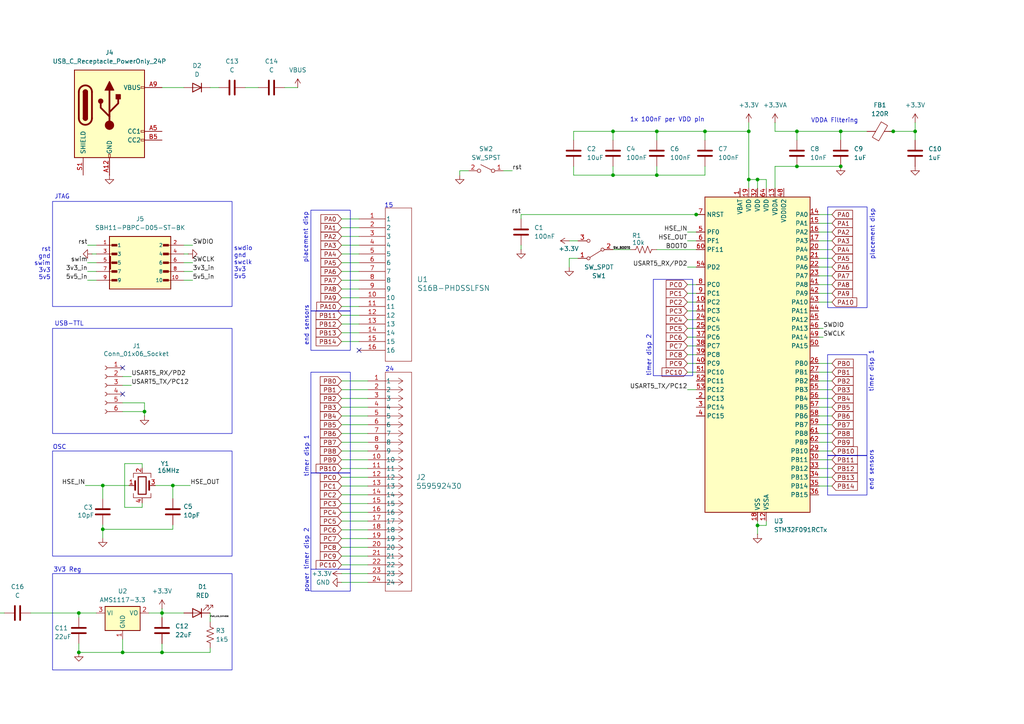
<source format=kicad_sch>
(kicad_sch (version 20231120) (generator "eeschema") (generator_version "8.0")
  (paper "A4")
  (title_block (title "L151 breakout board"))
  (junction (at 46.99 189.23))
  (junction (at 204.47 38.1))
  (junction (at 231.14 38.1))
  (junction (at 201.93 62.23))
  (junction (at 177.8 38.1))
  (junction (at 41.91 119.38))
  (junction (at 219.71 152.4))
  (junction (at 50.1266 140.8165))
  (junction (at 190.5 38.1))
  (junction (at 190.5 50.8))
  (junction (at 46.99 177.8))
  (junction (at 35.56 189.23))
  (junction (at 243.84 48.26))
  (junction (at 29.8066 140.8165))
  (junction (at 217.17 52.07))
  (junction (at 259.08 38.1))
  (junction (at 219.71 52.07))
  (junction (at 243.84 38.1))
  (junction (at 231.14 48.26))
  (junction (at 265.43 38.1))
  (junction (at 22.86 177.8))
  (junction (at 29.8066 153.5165))
  (junction (at 22.86 189.23))
  (junction (at 177.8 50.8))
  (junction (at 217.17 38.1))
  (no_connect (at 35.56 114.3))
  (no_connect (at 35.56 106.68))
  (no_connect (at 104.14 101.6))
  (wire (pts (xy 241.3 128.27) (xy 237.49 128.27)))
  (wire (pts (xy 243.84 38.1) (xy 251.46 38.1)))
  (wire (pts (xy 35.56 189.23) (xy 46.99 189.23)))
  (wire (pts (xy 241.3 120.65) (xy 237.49 120.65)))
  (wire (pts (xy 46.99 189.23) (xy 60.96 189.23)))
  (wire (pts (xy 241.3 64.77) (xy 237.49 64.77)))
  (wire (pts (xy 86.36 25.4) (xy 82.55 25.4)))
  (wire (pts (xy 99.06 125.73) (xy 106.68 125.73)))
  (wire (pts (xy 166.37 50.8) (xy 166.37 48.26)))
  (wire (pts (xy 99.06 118.11) (xy 106.68 118.11)))
  (wire (pts (xy 241.3 110.49) (xy 237.49 110.49)))
  (wire (pts (xy 104.14 81.28) (xy 99.06 81.28)))
  (wire (pts (xy 99.06 168.91) (xy 106.68 168.91)))
  (wire (pts (xy 199.39 87.63) (xy 201.93 87.63)))
  (wire (pts (xy 25.4 76.2) (xy 27.94 76.2)))
  (wire (pts (xy 217.17 35.56) (xy 217.17 38.1)))
  (wire (pts (xy 99.06 135.89) (xy 106.68 135.89)))
  (wire (pts (xy 50.1266 153.5165) (xy 29.8066 153.5165)))
  (wire (pts (xy 36.1566 147.1665) (xy 36.1566 134.4665)))
  (wire (pts (xy 241.3 82.55) (xy 237.49 82.55)))
  (wire (pts (xy 166.37 40.64) (xy 166.37 38.1)))
  (wire (pts (xy 241.3 133.35) (xy 237.49 133.35)))
  (wire (pts (xy 29.8066 140.8165) (xy 37.4266 140.8165)))
  (wire (pts (xy 41.2366 134.4665) (xy 41.2366 135.7365)))
  (wire (pts (xy 41.91 116.84) (xy 41.91 119.38)))
  (wire (pts (xy 50.1266 140.8165) (xy 50.1266 144.6265)))
  (wire (pts (xy 22.86 186.69) (xy 22.86 189.23)))
  (wire (pts (xy 54.61 73.66) (xy 53.34 73.66)))
  (wire (pts (xy 241.3 113.03) (xy 237.49 113.03)))
  (wire (pts (xy 241.3 69.85) (xy 237.49 69.85)))
  (wire (pts (xy 199.39 95.25) (xy 201.93 95.25)))
  (wire (pts (xy 241.3 107.95) (xy 237.49 107.95)))
  (wire (pts (xy 99.06 123.19) (xy 106.68 123.19)))
  (wire (pts (xy 99.06 133.35) (xy 106.68 133.35)))
  (wire (pts (xy 41.91 120.65) (xy 41.91 119.38)))
  (wire (pts (xy 148.59 49.53) (xy 146.05 49.53)))
  (wire (pts (xy 257.81 38.1) (xy 259.08 38.1)))
  (wire (pts (xy 199.39 92.71) (xy 201.93 92.71)))
  (wire (pts (xy 219.71 52.07) (xy 217.17 52.07)))
  (wire (pts (xy 36.1566 134.4665) (xy 41.2366 134.4665)))
  (wire (pts (xy 26.67 73.66) (xy 27.94 73.66)))
  (wire (pts (xy 177.8 38.1) (xy 190.5 38.1)))
  (wire (pts (xy 104.14 63.5) (xy 99.06 63.5)))
  (wire (pts (xy 165.1 69.85) (xy 167.64 69.85)))
  (wire (pts (xy 22.86 177.8) (xy 27.94 177.8)))
  (wire (pts (xy 104.14 76.2) (xy 99.06 76.2)))
  (wire (pts (xy 74.93 25.4) (xy 71.12 25.4)))
  (wire (pts (xy 177.8 48.26) (xy 177.8 50.8)))
  (wire (pts (xy 199.39 85.09) (xy 201.93 85.09)))
  (wire (pts (xy 217.17 52.07) (xy 217.17 54.61)))
  (wire (pts (xy 104.14 88.9) (xy 99.06 88.9)))
  (wire (pts (xy 231.14 38.1) (xy 224.79 38.1)))
  (wire (pts (xy 204.47 50.8) (xy 190.5 50.8)))
  (wire (pts (xy 190.5 50.8) (xy 177.8 50.8)))
  (wire (pts (xy 219.71 152.4) (xy 219.71 154.94)))
  (wire (pts (xy 165.1 74.93) (xy 167.64 74.93)))
  (wire (pts (xy 190.5 48.26) (xy 190.5 50.8)))
  (wire (pts (xy 165.1 77.47) (xy 165.1 74.93)))
  (wire (pts (xy 104.14 83.82) (xy 99.06 83.82)))
  (wire (pts (xy 99.06 158.75) (xy 106.68 158.75)))
  (wire (pts (xy 46.99 189.23) (xy 46.99 186.69)))
  (wire (pts (xy 22.86 177.8) (xy 8.89 177.8)))
  (wire (pts (xy 22.86 189.23) (xy 35.56 189.23)))
  (wire (pts (xy 243.84 38.1) (xy 231.14 38.1)))
  (wire (pts (xy 199.39 90.17) (xy 201.93 90.17)))
  (wire (pts (xy 219.71 52.07) (xy 219.71 54.61)))
  (wire (pts (xy 166.37 50.8) (xy 177.8 50.8)))
  (wire (pts (xy 1.27 177.8) (xy -2.54 177.8)))
  (wire (pts (xy 241.3 72.39) (xy 237.49 72.39)))
  (wire (pts (xy 199.39 100.33) (xy 201.93 100.33)))
  (wire (pts (xy 259.08 38.1) (xy 265.43 38.1)))
  (wire (pts (xy 46.99 177.8) (xy 53.34 177.8)))
  (wire (pts (xy 241.3 138.43) (xy 237.49 138.43)))
  (wire (pts (xy 55.88 78.74) (xy 53.34 78.74)))
  (wire (pts (xy 241.3 74.93) (xy 237.49 74.93)))
  (wire (pts (xy 29.8066 153.5165) (xy 29.8066 156.0565)))
  (wire (pts (xy 104.14 96.52) (xy 99.06 96.52)))
  (wire (pts (xy 55.88 71.12) (xy 53.34 71.12)))
  (wire (pts (xy 104.14 78.74) (xy 99.06 78.74)))
  (wire (pts (xy 38.1 111.76) (xy 35.56 111.76)))
  (wire (pts (xy 199.39 102.87) (xy 201.93 102.87)))
  (wire (pts (xy 231.14 38.1) (xy 231.14 40.64)))
  (wire (pts (xy 50.1266 140.8165) (xy 55.2066 140.8165)))
  (wire (pts (xy 204.47 48.26) (xy 204.47 50.8)))
  (wire (pts (xy 60.96 177.8) (xy 60.96 180.34)))
  (wire (pts (xy 50.1266 152.2465) (xy 50.1266 153.5165)))
  (wire (pts (xy 243.84 40.64) (xy 243.84 38.1)))
  (wire (pts (xy 166.37 38.1) (xy 177.8 38.1)))
  (wire (pts (xy 231.14 48.26) (xy 243.84 48.26)))
  (wire (pts (xy 177.8 72.39) (xy 182.88 72.39)))
  (wire (pts (xy 222.25 54.61) (xy 222.25 52.07)))
  (wire (pts (xy 241.3 123.19) (xy 237.49 123.19)))
  (wire (pts (xy 199.39 113.03) (xy 201.93 113.03)))
  (wire (pts (xy 35.56 116.84) (xy 41.91 116.84)))
  (wire (pts (xy 99.06 161.29) (xy 106.68 161.29)))
  (wire (pts (xy 224.79 38.1) (xy 224.79 35.56)))
  (wire (pts (xy 41.91 119.38) (xy 35.56 119.38)))
  (wire (pts (xy 199.39 107.95) (xy 201.93 107.95)))
  (wire (pts (xy 190.5 38.1) (xy 204.47 38.1)))
  (wire (pts (xy 151.13 72.39) (xy 151.13 71.12)))
  (wire (pts (xy 199.39 97.79) (xy 201.93 97.79)))
  (wire (pts (xy 199.39 82.55) (xy 201.93 82.55)))
  (wire (pts (xy 99.06 151.13) (xy 106.68 151.13)))
  (wire (pts (xy 190.5 72.39) (xy 201.93 72.39)))
  (wire (pts (xy 99.06 153.67) (xy 106.68 153.67)))
  (wire (pts (xy 133.35 49.53) (xy 135.89 49.53)))
  (wire (pts (xy 238.76 95.25) (xy 237.49 95.25)))
  (wire (pts (xy 104.14 66.04) (xy 99.06 66.04)))
  (wire (pts (xy -22.86 177.8) (xy -20.32 177.8)))
  (wire (pts (xy 241.3 77.47) (xy 237.49 77.47)))
  (wire (pts (xy 35.56 185.42) (xy 35.56 189.23)))
  (wire (pts (xy 133.35 49.53) (xy 133.35 50.8)))
  (wire (pts (xy 241.3 80.01) (xy 237.49 80.01)))
  (wire (pts (xy 241.3 67.31) (xy 237.49 67.31)))
  (wire (pts (xy 99.06 146.05) (xy 106.68 146.05)))
  (wire (pts (xy 104.14 91.44) (xy 99.06 91.44)))
  (wire (pts (xy 224.79 48.26) (xy 224.79 54.61)))
  (wire (pts (xy 151.13 62.23) (xy 151.13 63.5)))
  (wire (pts (xy 241.3 135.89) (xy 237.49 135.89)))
  (wire (pts (xy 104.14 68.58) (xy 99.06 68.58)))
  (wire (pts (xy 203.2 62.23) (xy 201.93 62.23)))
  (wire (pts (xy 204.47 38.1) (xy 217.17 38.1)))
  (wire (pts (xy 177.8 38.1) (xy 177.8 40.64)))
  (wire (pts (xy 99.06 163.83) (xy 106.68 163.83)))
  (wire (pts (xy 55.88 81.28) (xy 53.34 81.28)))
  (wire (pts (xy 241.3 85.09) (xy 237.49 85.09)))
  (wire (pts (xy 99.06 115.57) (xy 106.68 115.57)))
  (wire (pts (xy 241.3 125.73) (xy 237.49 125.73)))
  (wire (pts (xy 104.14 99.06) (xy 99.06 99.06)))
  (wire (pts (xy 43.18 177.8) (xy 46.99 177.8)))
  (wire (pts (xy 199.39 69.85) (xy 201.93 69.85)))
  (wire (pts (xy 99.06 138.43) (xy 106.68 138.43)))
  (wire (pts (xy 241.3 118.11) (xy 237.49 118.11)))
  (wire (pts (xy 99.06 166.37) (xy 106.68 166.37)))
  (wire (pts (xy 241.3 87.63) (xy 237.49 87.63)))
  (wire (pts (xy 241.3 105.41) (xy 237.49 105.41)))
  (wire (pts (xy 241.3 115.57) (xy 237.49 115.57)))
  (wire (pts (xy 265.43 35.56) (xy 265.43 38.1)))
  (wire (pts (xy 55.88 76.2) (xy 53.34 76.2)))
  (wire (pts (xy 29.8066 144.6265) (xy 29.8066 140.8165)))
  (wire (pts (xy 41.2366 147.1665) (xy 36.1566 147.1665)))
  (wire (pts (xy 222.25 152.4) (xy 222.25 151.13)))
  (wire (pts (xy -10.16 177.8) (xy -12.7 177.8)))
  (wire (pts (xy 104.14 86.36) (xy 99.06 86.36)))
  (wire (pts (xy 104.14 93.98) (xy 99.06 93.98)))
  (wire (pts (xy 238.76 97.79) (xy 237.49 97.79)))
  (wire (pts (xy 199.39 77.47) (xy 201.93 77.47)))
  (wire (pts (xy 199.39 105.41) (xy 201.93 105.41)))
  (wire (pts (xy 25.4 81.28) (xy 27.94 81.28)))
  (wire (pts (xy 190.5 38.1) (xy 190.5 40.64)))
  (wire (pts (xy 46.99 176.53) (xy 46.99 177.8)))
  (wire (pts (xy 53.34 25.4) (xy 46.99 25.4)))
  (wire (pts (xy 265.43 38.1) (xy 265.43 40.64)))
  (wire (pts (xy 46.99 179.07) (xy 46.99 177.8)))
  (wire (pts (xy 45.0466 140.8165) (xy 50.1266 140.8165)))
  (wire (pts (xy 99.06 110.49) (xy 106.68 110.49)))
  (wire (pts (xy 241.3 140.97) (xy 237.49 140.97)))
  (wire (pts (xy 99.06 156.21) (xy 106.68 156.21)))
  (wire (pts (xy 99.06 143.51) (xy 106.68 143.51)))
  (wire (pts (xy 24.7266 140.8165) (xy 29.8066 140.8165)))
  (wire (pts (xy 219.71 152.4) (xy 219.71 151.13)))
  (wire (pts (xy 224.79 48.26) (xy 231.14 48.26)))
  (wire (pts (xy 99.06 130.81) (xy 106.68 130.81)))
  (wire (pts (xy 99.06 148.59) (xy 106.68 148.59)))
  (wire (pts (xy 241.3 130.81) (xy 237.49 130.81)))
  (wire (pts (xy 29.8066 152.2465) (xy 29.8066 153.5165)))
  (wire (pts (xy 60.96 187.96) (xy 60.96 189.23)))
  (wire (pts (xy 22.86 179.07) (xy 22.86 177.8)))
  (wire (pts (xy 38.1 109.22) (xy 35.56 109.22)))
  (wire (pts (xy 104.14 71.12) (xy 99.06 71.12)))
  (wire (pts (xy 25.4 71.12) (xy 27.94 71.12)))
  (wire (pts (xy 41.2366 145.8965) (xy 41.2366 147.1665)))
  (wire (pts (xy 241.3 62.23) (xy 237.49 62.23)))
  (wire (pts (xy 104.14 73.66) (xy 99.06 73.66)))
  (wire (pts (xy 217.17 38.1) (xy 217.17 52.07)))
  (wire (pts (xy 25.4 78.74) (xy 27.94 78.74)))
  (wire (pts (xy 222.25 52.07) (xy 219.71 52.07)))
  (wire (pts (xy 204.47 38.1) (xy 204.47 40.64)))
  (wire (pts (xy 199.39 67.31) (xy 201.93 67.31)))
  (wire (pts (xy 99.06 120.65) (xy 106.68 120.65)))
  (wire (pts (xy 201.93 62.23) (xy 151.13 62.23)))
  (wire (pts (xy 99.06 113.03) (xy 106.68 113.03)))
  (wire (pts (xy 99.06 128.27) (xy 106.68 128.27)))
  (wire (pts (xy 63.5 25.4) (xy 60.96 25.4)))
  (wire (pts (xy 99.06 140.97) (xy 106.68 140.97)))
  (wire (pts (xy 219.71 152.4) (xy 222.25 152.4)))
  (rectangle (start 90.17 90.17) (end 101.6 101.6))
  (rectangle (start 15.24 130.81) (end 67.31 161.29))
  (rectangle (start 90.17 60.96) (end 101.6 90.17))
  (rectangle (start 251.4572 132.1539) (end 240.0272 143.5839))
  (rectangle (start 251.46 132.08) (end 240.03 102.87))
  (rectangle (start 90.17 137.16) (end 101.6 165.1))
  (rectangle (start 189.484 81.026) (end 200.914 108.966))
  (rectangle (start 15.24 95.25) (end 67.31 125.73))
  (rectangle (start 15.24 58.42) (end 67.31 88.9))
  (rectangle (start 251.4973 60.0229) (end 240.0673 89.2329))
  (rectangle (start 15.24 166.37) (end 67.31 194.31))
  (rectangle (start 90.17 165.1) (end 101.6 171.45))
  (rectangle (start 90.17 107.95) (end 101.6 137.16))
  (text "placement disp\n" (at 88.646 61.468 90) (effects (font (size 1.27 1.27)) (justify right)))
  (text "end sensors\n" (at 252.7272 142.3139 90) (effects (font (size 1.27 1.27)) (justify left)))
  (text "end sensors\n" (at 88.9 100.33 90) (effects (font (size 1.27 1.27)) (justify left)))
  (text "power\n" (at 88.9 171.958 90) (effects (font (size 1.27 1.27)) (justify left)))
  (text "placement disp\n" (at 253.0213 60.5309 90) (effects (font (size 1.27 1.27)) (justify right)))
  (text "VDDA Filtering" (at 242.062 35.052 0) (effects (font (size 1.27 1.27))))
  (text "swdio\ngnd\nswclk\n3v3\n5v5\n" (at 67.818 76.2 0) (effects (font (size 1.27 1.27)) (justify left)))
  (text "1x 100nF per VDD pin" (at 193.548 34.798 0) (effects (font (size 1.27 1.27))))
  (text "3V3 Reg\n" (at 19.558 165.354 0) (effects (font (size 1.27 1.27))))
  (text "rst\ngnd\nswim\n3v3\n5v5" (at 14.732 76.454 0) (effects (font (size 1.27 1.27)) (justify right)))
  (text "24\n" (at 113.03 107.188 0) (effects (font (size 1.27 1.27))))
  (text "JTAG\n" (at 18.034 57.15 0) (effects (font (size 1.27 1.27))))
  (text "USB-TTL\n" (at 20.066 93.98 0) (effects (font (size 1.27 1.27))))
  (text "OSC\n" (at 17.272 129.794 0) (effects (font (size 1.27 1.27))))
  (text "timer disp 2\n\n" (at 189.23 109.22 90) (effects (font (size 1.27 1.27)) (justify left)))
  (text "15" (at 112.776 59.69 0) (effects (font (size 1.27 1.27))))
  (text "timer disp 1\n" (at 252.73 101.6 90) (effects (font (size 1.27 1.27)) (justify right)))
  (text "timer disp 2\n\n" (at 89.916 165.354 90) (effects (font (size 1.27 1.27)) (justify left)))
  (text "timer disp 1\n" (at 88.9 138.43 90) (effects (font (size 1.27 1.27)) (justify left)))
  (label "5v5_in" (at 25.4 81.28 180))
  (label "BOOT0" (at 199.39 72.39 180))
  (label "USART5_RX{slash}PD2" (at 38.1 109.22 0))
  (label "5v5_in" (at -22.86 177.8 180))
  (label "HSE_OUT" (at 199.39 69.85 180))
  (label "PWR_LED_CATHODE" (at 60.96 179.07 0) (effects (font (size 0.381 0.381))))
  (label "SW_BOOT0" (at 177.8 72.39 0) (effects (font (size 0.635 0.635))))
  (label "HSE_IN" (at 199.39 67.31 180))
  (label "5v5_in" (at 55.88 81.28 0))
  (label "SWCLK" (at 55.88 76.2 0))
  (label "HSE_OUT" (at 55.2066 140.8165 0))
  (label "3v3_in" (at 25.4 78.74 180))
  (label "HSE_IN" (at 24.7266 140.8165 180))
  (label "rst" (at 25.4 71.12 180))
  (label "SWCLK" (at 238.76 97.79 0))
  (label "rst" (at 151.13 62.23 180))
  (label "USART5_TX{slash}PC12" (at 199.39 113.03 180))
  (label "USART5_TX{slash}PC12" (at 38.1 111.76 0))
  (label "SWDIO" (at 55.88 71.12 0))
  (label "swim" (at 25.4 76.2 180))
  (label "SWDIO" (at 238.76 95.25 0))
  (label "USART5_RX{slash}PD2" (at 199.39 77.47 180))
  (label "3v3_in" (at 55.88 78.74 0))
  (label "rst" (at 148.59 49.53 0))
  (global_label "PA1" (shape input) (at 241.3 64.77 0) (property "Intersheetrefs" "${INTERSHEET_REFS}" (effects (hide yes))))
  (global_label "PC8" (shape input) (at 199.39 102.87 180) (property "Intersheetrefs" "${INTERSHEET_REFS}" (effects (hide yes))))
  (global_label "PB0" (shape input) (at 241.3 105.41 0) (property "Intersheetrefs" "${INTERSHEET_REFS}" (effects (hide yes))))
  (global_label "PB4" (shape input) (at 99.06 120.65 180) (property "Intersheetrefs" "${INTERSHEET_REFS}" (effects (hide yes))))
  (global_label "PC4" (shape input) (at 199.39 92.71 180) (property "Intersheetrefs" "${INTERSHEET_REFS}" (effects (hide yes))))
  (global_label "PA3" (shape input) (at 241.3 69.85 0) (property "Intersheetrefs" "${INTERSHEET_REFS}" (effects (hide yes))))
  (global_label "PB1" (shape input) (at 99.06 113.03 180) (property "Intersheetrefs" "${INTERSHEET_REFS}" (effects (hide yes))))
  (global_label "PB13" (shape input) (at 241.3 138.43 0) (property "Intersheetrefs" "${INTERSHEET_REFS}" (effects (hide yes))))
  (global_label "PC10" (shape input) (at 199.39 107.95 180) (property "Intersheetrefs" "${INTERSHEET_REFS}" (effects (hide yes))))
  (global_label "PC1" (shape input) (at 99.06 140.97 180) (property "Intersheetrefs" "${INTERSHEET_REFS}" (effects (hide yes))))
  (global_label "PB12" (shape input) (at 241.3 135.89 0) (property "Intersheetrefs" "${INTERSHEET_REFS}" (effects (hide yes))))
  (global_label "PB13" (shape input) (at 99.06 96.52 180) (property "Intersheetrefs" "${INTERSHEET_REFS}" (effects (hide yes))))
  (global_label "PC10" (shape input) (at 99.06 163.83 180) (property "Intersheetrefs" "${INTERSHEET_REFS}" (effects (hide yes))))
  (global_label "PA1" (shape input) (at 99.06 66.04 180) (property "Intersheetrefs" "${INTERSHEET_REFS}" (effects (hide yes))))
  (global_label "PC6" (shape input) (at 99.06 153.67 180) (property "Intersheetrefs" "${INTERSHEET_REFS}" (effects (hide yes))))
  (global_label "PA8" (shape input) (at 99.06 83.82 180) (property "Intersheetrefs" "${INTERSHEET_REFS}" (effects (hide yes))))
  (global_label "PA9" (shape input) (at 99.06 86.36 180) (property "Intersheetrefs" "${INTERSHEET_REFS}" (effects (hide yes))))
  (global_label "PC5" (shape input) (at 99.06 151.13 180) (property "Intersheetrefs" "${INTERSHEET_REFS}" (effects (hide yes))))
  (global_label "PC6" (shape input) (at 199.39 97.79 180) (property "Intersheetrefs" "${INTERSHEET_REFS}" (effects (hide yes))))
  (global_label "PC3" (shape input) (at 99.06 146.05 180) (property "Intersheetrefs" "${INTERSHEET_REFS}" (effects (hide yes))))
  (global_label "PB1" (shape input) (at 241.3 107.95 0) (property "Intersheetrefs" "${INTERSHEET_REFS}" (effects (hide yes))))
  (global_label "PA5" (shape input) (at 241.3 74.93 0) (property "Intersheetrefs" "${INTERSHEET_REFS}" (effects (hide yes))))
  (global_label "PB14" (shape input) (at 241.3 140.97 0) (property "Intersheetrefs" "${INTERSHEET_REFS}" (effects (hide yes))))
  (global_label "PC7" (shape input) (at 199.39 100.33 180) (property "Intersheetrefs" "${INTERSHEET_REFS}" (effects (hide yes))))
  (global_label "PB3" (shape input) (at 99.06 118.11 180) (property "Intersheetrefs" "${INTERSHEET_REFS}" (effects (hide yes))))
  (global_label "PA5" (shape input) (at 99.06 76.2 180) (property "Intersheetrefs" "${INTERSHEET_REFS}" (effects (hide yes))))
  (global_label "PB5" (shape input) (at 241.3 118.11 0) (property "Intersheetrefs" "${INTERSHEET_REFS}" (effects (hide yes))))
  (global_label "PB10" (shape input) (at 99.06 135.89 180) (property "Intersheetrefs" "${INTERSHEET_REFS}" (effects (hide yes))))
  (global_label "PA4" (shape input) (at 99.06 73.66 180) (property "Intersheetrefs" "${INTERSHEET_REFS}" (effects (hide yes))))
  (global_label "PB2" (shape input) (at 241.3 110.49 0) (property "Intersheetrefs" "${INTERSHEET_REFS}" (effects (hide yes))))
  (global_label "PB3" (shape input) (at 241.3 113.03 0) (property "Intersheetrefs" "${INTERSHEET_REFS}" (effects (hide yes))))
  (global_label "PA10" (shape input) (at 241.3 87.63 0) (property "Intersheetrefs" "${INTERSHEET_REFS}" (effects (hide yes))))
  (global_label "PB8" (shape input) (at 99.06 130.81 180) (property "Intersheetrefs" "${INTERSHEET_REFS}" (effects (hide yes))))
  (global_label "PB6" (shape input) (at 99.06 125.73 180) (property "Intersheetrefs" "${INTERSHEET_REFS}" (effects (hide yes))))
  (global_label "PA7" (shape input) (at 99.06 81.28 180) (property "Intersheetrefs" "${INTERSHEET_REFS}" (effects (hide yes))))
  (global_label "PB2" (shape input) (at 99.06 115.57 180) (property "Intersheetrefs" "${INTERSHEET_REFS}" (effects (hide yes))))
  (global_label "PA6" (shape input) (at 241.3 77.47 0) (property "Intersheetrefs" "${INTERSHEET_REFS}" (effects (hide yes))))
  (global_label "PC0" (shape input) (at 199.39 82.55 180) (property "Intersheetrefs" "${INTERSHEET_REFS}" (effects (hide yes))))
  (global_label "PA7" (shape input) (at 241.3 80.01 0) (property "Intersheetrefs" "${INTERSHEET_REFS}" (effects (hide yes))))
  (global_label "PC2" (shape input) (at 199.39 87.63 180) (property "Intersheetrefs" "${INTERSHEET_REFS}" (effects (hide yes))))
  (global_label "PC9" (shape input) (at 99.06 161.29 180) (property "Intersheetrefs" "${INTERSHEET_REFS}" (effects (hide yes))))
  (global_label "PB5" (shape input) (at 99.06 123.19 180) (property "Intersheetrefs" "${INTERSHEET_REFS}" (effects (hide yes))))
  (global_label "PB9" (shape input) (at 99.06 133.35 180) (property "Intersheetrefs" "${INTERSHEET_REFS}" (effects (hide yes))))
  (global_label "PC5" (shape input) (at 199.39 95.25 180) (property "Intersheetrefs" "${INTERSHEET_REFS}" (effects (hide yes))))
  (global_label "PB7" (shape input) (at 241.3 123.19 0) (property "Intersheetrefs" "${INTERSHEET_REFS}" (effects (hide yes))))
  (global_label "PC1" (shape input) (at 199.39 85.09 180) (property "Intersheetrefs" "${INTERSHEET_REFS}" (effects (hide yes))))
  (global_label "PC4" (shape input) (at 99.06 148.59 180) (property "Intersheetrefs" "${INTERSHEET_REFS}" (effects (hide yes))))
  (global_label "PC7" (shape input) (at 99.06 156.21 180) (property "Intersheetrefs" "${INTERSHEET_REFS}" (effects (hide yes))))
  (global_label "PA2" (shape input) (at 241.3 67.31 0) (property "Intersheetrefs" "${INTERSHEET_REFS}" (effects (hide yes))))
  (global_label "PB7" (shape input) (at 99.06 128.27 180) (property "Intersheetrefs" "${INTERSHEET_REFS}" (effects (hide yes))))
  (global_label "PC2" (shape input) (at 99.06 143.51 180) (property "Intersheetrefs" "${INTERSHEET_REFS}" (effects (hide yes))))
  (global_label "PB9" (shape input) (at 241.3 128.27 0) (property "Intersheetrefs" "${INTERSHEET_REFS}" (effects (hide yes))))
  (global_label "PA3" (shape input) (at 99.06 71.12 180) (property "Intersheetrefs" "${INTERSHEET_REFS}" (effects (hide yes))))
  (global_label "PC9" (shape input) (at 199.39 105.41 180) (property "Intersheetrefs" "${INTERSHEET_REFS}" (effects (hide yes))))
  (global_label "PC8" (shape input) (at 99.06 158.75 180) (property "Intersheetrefs" "${INTERSHEET_REFS}" (effects (hide yes))))
  (global_label "PB12" (shape input) (at 99.06 93.98 180) (property "Intersheetrefs" "${INTERSHEET_REFS}" (effects (hide yes))))
  (global_label "PB4" (shape input) (at 241.3 115.57 0) (property "Intersheetrefs" "${INTERSHEET_REFS}" (effects (hide yes))))
  (global_label "PB8" (shape input) (at 241.3 125.73 0) (property "Intersheetrefs" "${INTERSHEET_REFS}" (effects (hide yes))))
  (global_label "PB6" (shape input) (at 241.3 120.65 0) (property "Intersheetrefs" "${INTERSHEET_REFS}" (effects (hide yes))))
  (global_label "PA2" (shape input) (at 99.06 68.58 180) (property "Intersheetrefs" "${INTERSHEET_REFS}" (effects (hide yes))))
  (global_label "PB11" (shape input) (at 99.06 91.44 180) (property "Intersheetrefs" "${INTERSHEET_REFS}" (effects (hide yes))))
  (global_label "PC3" (shape input) (at 199.39 90.17 180) (property "Intersheetrefs" "${INTERSHEET_REFS}" (effects (hide yes))))
  (global_label "PA9" (shape input) (at 241.3 85.09 0) (property "Intersheetrefs" "${INTERSHEET_REFS}" (effects (hide yes))))
  (global_label "PB14" (shape input) (at 99.06 99.06 180) (property "Intersheetrefs" "${INTERSHEET_REFS}" (effects (hide yes))))
  (global_label "PB10" (shape input) (at 241.3 130.81 0) (property "Intersheetrefs" "${INTERSHEET_REFS}" (effects (hide yes))))
  (global_label "PC0" (shape input) (at 99.06 138.43 180) (property "Intersheetrefs" "${INTERSHEET_REFS}" (effects (hide yes))))
  (global_label "PA8" (shape input) (at 241.3 82.55 0) (property "Intersheetrefs" "${INTERSHEET_REFS}" (effects (hide yes))))
  (global_label "PA0" (shape input) (at 241.3 62.23 0) (property "Intersheetrefs" "${INTERSHEET_REFS}" (effects (hide yes))))
  (global_label "PA6" (shape input) (at 99.06 78.74 180) (property "Intersheetrefs" "${INTERSHEET_REFS}" (effects (hide yes))))
  (global_label "PA0" (shape input) (at 99.06 63.5 180) (property "Intersheetrefs" "${INTERSHEET_REFS}" (effects (hide yes))))
  (global_label "PA4" (shape input) (at 241.3 72.39 0) (property "Intersheetrefs" "${INTERSHEET_REFS}" (effects (hide yes))))
  (global_label "PA10" (shape input) (at 99.06 88.9 180) (property "Intersheetrefs" "${INTERSHEET_REFS}" (effects (hide yes))))
  (global_label "PB0" (shape input) (at 99.06 110.49 180) (property "Intersheetrefs" "${INTERSHEET_REFS}" (effects (hide yes))))
  (global_label "PB11" (shape input) (at 241.3 133.35 0) (property "Intersheetrefs" "${INTERSHEET_REFS}" (effects (hide yes))))
  (symbol (lib_id "CONN HEADER 24POS 2MM:559592430") (at 106.68 110.49 0) (unit 1)
    (property "Reference" "J2" (at 120.65 138.4299 0) (effects (font (size 1.524 1.524)) (justify left)))
    (property "Value" "559592430" (at 120.65 140.9699 0) (effects (font (size 1.524 1.524)) (justify left)))
    (property "Footprint" "24pos 2mm:CONN24_559592430_MOL" (effects (hide yes)))
    (property "Datasheet" "https://www.molex.com/en-us/products/part-detail-pdf/559592430?display=pdf" (effects (hide yes)))
  )
  (symbol (lib_id "power:GND") (at 99.06 168.91 270) (unit 1)
    (property "Reference" "#PWR013" (effects (hide yes)))
    (property "Value" "GND" (at 95.758 168.91 90) (effects (justify right)))
    (property "Description" "Power symbol creates a global label with name \"GND\" , ground" (effects (hide yes)))
  )
  (symbol (lib_id "Device:C") (at 78.74 25.4 90) (unit 1)
    (property "Reference" "C14" (at 78.74 17.78 90))
    (property "Value" "C" (at 78.74 20.32 90))
    (property "Description" "Unpolarized capacitor" (effects (hide yes)))
  )
  (symbol (lib_id "power:+3.3VA") (at 86.36 25.4 0) (unit 1)
    (property "Reference" "#PWR016" (effects (hide yes)))
    (property "Value" "VBUS" (at 86.36 20.32 0))
    (property "Description" "Power symbol creates a global label with name \"+3.3VA\"" (effects (hide yes)))
  )
  (symbol (lib_id "Device:D") (at -16.51 177.8 180) (unit 1)
    (property "Reference" "D3" (at -16.51 171.45 0))
    (property "Value" "D" (at -16.51 173.99 0))
    (property "Description" "Diode" (effects (hide yes)))
    (property "Sim.Device" "D" (effects (hide yes)))
    (property "Sim.Pins" "1=K 2=A" (effects (hide yes)))
  )
  (symbol (lib_id "Device:Crystal_GND24") (at 41.2366 140.8165 0) (unit 1)
    (property "Reference" "Y1" (at 47.8406 134.4665 0))
    (property "Value" "16MHz" (at 48.8566 136.4671 0))
    (property "Footprint" "crystal smd:OSC_ECS-2520S25-250-FN-TR" (effects (hide yes)))
    (property "Description" "Four pin crystal, GND on pins 2 and 4" (effects (hide yes)))
  )
  (symbol (lib_id "Device:C") (at 177.8 44.45 0) (unit 1)
    (property "Reference" "C4" (at 181.61 43.1799 0) (effects (justify left)))
    (property "Value" "100nF" (at 181.61 45.7199 0) (effects (justify left)))
    (property "Footprint" "Capacitor_SMD:C_0805_2012Metric" (effects (hide yes)))
    (property "Description" "Unpolarized capacitor" (effects (hide yes)))
  )
  (symbol (lib_id "power:GND") (at 165.1 77.47 0) (unit 1)
    (property "Reference" "#PWR04" (effects (hide yes)))
    (property "Value" "GND" (effects (hide yes)))
    (property "Description" "Power symbol creates a global label with name \"GND\" , ground" (effects (hide yes)))
  )
  (symbol (lib_id "power:GND") (at 133.35 50.8 0) (mirror y) (unit 1)
    (property "Reference" "#PWR018" (effects (hide yes)))
    (property "Value" "GND" (effects (hide yes)))
    (property "Description" "Power symbol creates a global label with name \"GND\" , ground" (effects (hide yes)))
  )
  (symbol (lib_id "Device:C") (at 243.84 44.45 0) (unit 1)
    (property "Reference" "C9" (at 247.65 43.1799 0) (effects (justify left)))
    (property "Value" "1uF" (at 247.65 45.7199 0) (effects (justify left)))
    (property "Footprint" "Capacitor_SMD:C_0805_2012Metric" (effects (hide yes)))
    (property "Description" "Unpolarized capacitor" (effects (hide yes)))
  )
  (symbol (lib_id "power:GND") (at 219.71 154.94 0) (unit 1)
    (property "Reference" "#PWR05" (effects (hide yes)))
    (property "Value" "GND" (effects (hide yes)))
    (property "Description" "Power symbol creates a global label with name \"GND\" , ground" (effects (hide yes)))
  )
  (symbol (lib_id "Device:C") (at 22.86 182.88 0) (unit 1)
    (property "Reference" "C11" (at 15.8274 182.166 0) (effects (justify left)))
    (property "Value" "22uF" (at 15.8274 184.706 0) (effects (justify left)))
    (property "Footprint" "Capacitor_SMD:C_0805_2012Metric" (effects (hide yes)))
    (property "Description" "Unpolarized capacitor" (effects (hide yes)))
  )
  (symbol (lib_id "Device:C") (at 190.5 44.45 0) (unit 1)
    (property "Reference" "C6" (at 194.31 43.1799 0) (effects (justify left)))
    (property "Value" "100nF" (at 194.31 45.7199 0) (effects (justify left)))
    (property "Footprint" "Capacitor_SMD:C_0805_2012Metric" (effects (hide yes)))
    (property "Description" "Unpolarized capacitor" (effects (hide yes)))
  )
  (symbol (lib_id "Device:C") (at 5.08 177.8 90) (unit 1)
    (property "Reference" "C16" (at 5.08 170.18 90))
    (property "Value" "C" (at 5.08 172.72 90))
    (property "Description" "Unpolarized capacitor" (effects (hide yes)))
  )
  (symbol (lib_id "power:+3.3V") (at 265.43 35.56 0) (unit 1)
    (property "Reference" "#PWR011" (effects (hide yes)))
    (property "Value" "+3.3V" (at 265.43 30.48 0))
    (property "Description" "Power symbol creates a global label with name \"+3.3V\"" (effects (hide yes)))
  )
  (symbol (lib_id "Switch:SW_SPST") (at 140.97 49.53 0) (mirror y) (unit 1)
    (property "Reference" "SW2" (at 140.97 43.18 0))
    (property "Value" "SW_SPST" (at 140.97 45.72 0))
    (property "Description" "Single Pole Single Throw (SPST) switch" (effects (hide yes)))
  )
  (symbol (lib_id "power:+3.3V") (at 165.1 69.85 90) (unit 1)
    (property "Reference" "#PWR03" (effects (hide yes)))
    (property "Value" "+3.3V" (at 167.894 72.136 90) (effects (justify left)))
    (property "Description" "Power symbol creates a global label with name \"+3.3V\"" (effects (hide yes)))
  )
  (symbol (lib_id "power:GND") (at 41.91 120.65 0) (unit 1)
    (property "Reference" "#PWR06" (effects (hide yes)))
    (property "Value" "GND" (effects (hide yes)))
    (property "Description" "Power symbol creates a global label with name \"GND\" , ground" (effects (hide yes)))
  )
  (symbol (lib_id "power:+3.3VA") (at 224.79 35.56 0) (unit 1)
    (property "Reference" "#PWR09" (effects (hide yes)))
    (property "Value" "+3.3VA" (at 224.79 30.48 0))
    (property "Description" "Power symbol creates a global label with name \"+3.3VA\"" (effects (hide yes)))
  )
  (symbol (lib_name "SBH11-PBPC-D05-ST-BK_1") (lib_id "jtag:SBH11-PBPC-D05-ST-BK") (at 40.64 76.2 0) (unit 1)
    (property "Reference" "J5" (at 40.64 63.5 0))
    (property "Value" "SBH11-PBPC-D05-ST-BK" (at 40.64 66.04 0))
    (property "Footprint" "SBH11-PBPC-D05-ST-BK:SULLINS_SBH11-PBPC-D05-ST-BK" (effects (hide yes)))
    (property "PARTREV" "J" (effects (hide yes)))
    (property "STANDARD" "Manufacturer Recommendations" (effects (hide yes)))
    (property "SNAPEDA_PN" "SBH11-PBPC-D05-ST-BK" (effects (hide yes)))
    (property "MAXIMUM_PACKAGE_HEIGHT" "9.1mm" (effects (hide yes)))
    (property "MANUFACTURER" "Sullins Connector Solutions" (effects (hide yes)))
  )
  (symbol (lib_id "power:GND") (at 151.13 72.39 0) (unit 1)
    (property "Reference" "#PWR01" (effects (hide yes)))
    (property "Value" "GND" (effects (hide yes)))
    (property "Description" "Power symbol creates a global label with name \"GND\" , ground" (effects (hide yes)))
  )
  (symbol (lib_id "Connector:USB_C_Receptacle_PowerOnly_24P") (at 31.75 33.02 0) (unit 1)
    (property "Reference" "J4" (at 31.75 15.24 0))
    (property "Value" "USB_C_Receptacle_PowerOnly_24P" (at 31.75 17.78 0))
    (property "Datasheet" "https://www.usb.org/sites/default/files/documents/usb_type-c.zip" (effects (hide yes)))
    (property "Description" "USB Power-Only 24P Type-C Receptacle connector" (effects (hide yes)))
  )
  (symbol (lib_id "Device:C") (at 265.43 44.45 0) (unit 1)
    (property "Reference" "C10" (at 269.24 43.1799 0) (effects (justify left)))
    (property "Value" "1uF" (at 269.24 45.7199 0) (effects (justify left)))
    (property "Footprint" "Capacitor_SMD:C_0805_2012Metric" (effects (hide yes)))
    (property "Description" "Unpolarized capacitor" (effects (hide yes)))
  )
  (symbol (lib_id "Device:C") (at 166.37 44.45 0) (unit 1)
    (property "Reference" "C2" (at 170.18 43.1799 0) (effects (justify left)))
    (property "Value" "10uF" (at 170.18 45.7199 0) (effects (justify left)))
    (property "Footprint" "Capacitor_SMD:C_0805_2012Metric" (effects (hide yes)))
    (property "Description" "Unpolarized capacitor" (effects (hide yes)))
  )
  (symbol (lib_id "power:+3.3V") (at 99.06 166.37 90) (unit 1)
    (property "Reference" "#PWR08" (effects (hide yes)))
    (property "Value" "+3.3V" (at 96.266 166.37 90) (effects (justify left)))
    (property "Description" "Power symbol creates a global label with name \"+3.3V\"" (effects (hide yes)))
  )
  (symbol (lib_id "power:GND") (at 265.43 48.26 0) (unit 1)
    (property "Reference" "#PWR012" (effects (hide yes)))
    (property "Value" "GND" (effects (hide yes)))
    (property "Description" "Power symbol creates a global label with name \"GND\" , ground" (effects (hide yes)))
  )
  (symbol (lib_id "Device:C") (at 46.99 182.88 0) (unit 1)
    (property "Reference" "C12" (at 50.8 181.6099 0) (effects (justify left)))
    (property "Value" "22uF" (at 50.8 184.1499 0) (effects (justify left)))
    (property "Footprint" "Capacitor_SMD:C_0805_2012Metric" (effects (hide yes)))
    (property "Description" "Unpolarized capacitor" (effects (hide yes)))
  )
  (symbol (lib_id "Switch:SW_SPDT") (at 172.72 72.39 180) (unit 1)
    (property "Reference" "SW1" (at 173.736 80.01 0))
    (property "Value" "SW_SPDT" (at 173.736 77.47 0))
    (property "Description" "Switch, single pole double throw" (effects (hide yes)))
  )
  (symbol (lib_id "Device:LED") (at 57.15 177.8 180) (unit 1)
    (property "Reference" "D1" (at 58.7375 170.18 0))
    (property "Value" "RED" (at 58.7375 172.72 0))
    (property "Footprint" "Diode_SMD:D_0805_2012Metric" (effects (hide yes)))
    (property "Description" "Light emitting diode" (effects (hide yes)))
  )
  (symbol (lib_id "Device:R_US") (at 60.96 184.15 180) (unit 1)
    (property "Reference" "R3" (at 62.5634 182.928 0) (effects (justify right)))
    (property "Value" "1k5" (at 62.5634 185.468 0) (effects (justify right)))
    (property "Footprint" "Resistor_SMD:R_0805_2012Metric_Pad1.20x1.40mm_HandSolder" (effects (hide yes)))
    (property "Description" "Resistor, US symbol" (effects (hide yes)))
  )
  (symbol (lib_id "Device:FerriteBead") (at 255.27 38.1 90) (unit 1)
    (property "Reference" "FB1" (at 255.2192 30.48 90))
    (property "Value" "120R" (at 255.2192 33.02 90))
    (property "Footprint" "Resistor_SMD:R_0805_2012Metric_Pad1.20x1.40mm_HandSolder" (effects (hide yes)))
    (property "Description" "Ferrite bead" (effects (hide yes)))
  )
  (symbol (lib_id "MCU_ST_STM32F0:STM32F091RCTx") (at 219.71 102.87 0) (unit 1)
    (property "Reference" "U3" (at 224.4441 151.13 0) (effects (justify left)))
    (property "Value" "STM32F091RCTx" (at 224.4441 153.67 0) (effects (justify left)))
    (property "Footprint" "Package_QFP:LQFP-64_10x10mm_P0.5mm" (effects (hide yes)))
    (property "Datasheet" "https://www.st.com/resource/en/datasheet/stm32f091rc.pdf" (effects (hide yes)))
    (property "Description" "STMicroelectronics Arm Cortex-M0 MCU, 256KB flash, 32KB RAM, 48 MHz, 2.0-3.6V, 52 GPIO, LQFP64" (effects (hide yes)))
  )
  (symbol (lib_id "Device:C") (at 231.14 44.45 0) (unit 1)
    (property "Reference" "C8" (at 234.95 43.1799 0) (effects (justify left)))
    (property "Value" "10nF" (at 234.95 45.7199 0) (effects (justify left)))
    (property "Footprint" "Capacitor_SMD:C_0805_2012Metric" (effects (hide yes)))
    (property "Description" "Unpolarized capacitor" (effects (hide yes)))
  )
  (symbol (lib_id "Device:C") (at 50.1266 148.4365 0) (unit 1)
    (property "Reference" "C5" (at 53.1746 146.9125 0) (effects (justify left)))
    (property "Value" "10pF" (at 53.1746 149.4525 0) (effects (justify left)))
    (property "Footprint" "Capacitor_SMD:C_0805_2012Metric" (effects (hide yes)))
    (property "Description" "Unpolarized capacitor" (effects (hide yes)))
  )
  (symbol (lib_id "Device:C") (at 204.47 44.45 0) (unit 1)
    (property "Reference" "C7" (at 208.28 43.1799 0) (effects (justify left)))
    (property "Value" "100nF" (at 208.28 45.7199 0) (effects (justify left)))
    (property "Footprint" "Capacitor_SMD:C_0805_2012Metric" (effects (hide yes)))
    (property "Description" "Unpolarized capacitor" (effects (hide yes)))
  )
  (symbol (lib_id "CONN HEADER 16POS 2MM:S16B-PHDSSLFSN") (at 104.14 63.5 0) (unit 1)
    (property "Reference" "U1" (at 120.904 81.026 0) (effects (font (size 1.524 1.524)) (justify left)))
    (property "Value" "S16B-PHDSSLFSN" (at 131.572 83.566 0) (effects (font (size 1.524 1.524))))
    (property "Footprint" "16pos 2mm:S16B-PHDSSLFSN_JST" (effects (hide yes)))
    (property "Datasheet" "S16B-PHDSSLFSN" (effects (hide yes)))
  )
  (symbol (lib_id "Device:C") (at -6.35 177.8 90) (unit 1)
    (property "Reference" "C15" (at -6.35 170.18 90))
    (property "Value" "C" (at -6.35 172.72 90))
    (property "Description" "Unpolarized capacitor" (effects (hide yes)))
  )
  (symbol (lib_id "power:+3.3V") (at 46.99 176.53 0) (unit 1)
    (property "Reference" "#PWR020" (effects (hide yes)))
    (property "Value" "+3.3V" (at 46.99 171.45 0))
    (property "Description" "Power symbol creates a global label with name \"+3.3V\"" (effects (hide yes)))
  )
  (symbol (lib_id "Device:C") (at 67.31 25.4 90) (unit 1)
    (property "Reference" "C13" (at 67.31 17.78 90))
    (property "Value" "C" (at 67.31 20.32 90))
    (property "Description" "Unpolarized capacitor" (effects (hide yes)))
  )
  (symbol (lib_id "power:GND") (at 54.61 73.66 90) (unit 1)
    (property "Reference" "#PWR014" (effects (hide yes)))
    (property "Value" "GND" (effects (hide yes)))
    (property "Description" "Power symbol creates a global label with name \"GND\" , ground" (effects (hide yes)))
  )
  (symbol (lib_id "power:GND") (at 31.75 50.8 0) (unit 1)
    (property "Reference" "#PWR017" (effects (hide yes)))
    (property "Value" "GND" (effects (hide yes)))
    (property "Description" "Power symbol creates a global label with name \"GND\" , ground" (effects (hide yes)))
  )
  (symbol (lib_id "Device:C") (at 151.13 67.31 0) (unit 1)
    (property "Reference" "C1" (at 154.94 66.0399 0) (effects (justify left)))
    (property "Value" "100nF" (at 154.94 68.5799 0) (effects (justify left)))
    (property "Footprint" "Capacitor_SMD:C_0805_2012Metric" (effects (hide yes)))
    (property "Description" "Unpolarized capacitor" (effects (hide yes)))
  )
  (symbol (lib_id "power:GND") (at 22.86 189.23 0) (unit 1)
    (property "Reference" "#PWR019" (effects (hide yes)))
    (property "Value" "GND" (effects (hide yes)))
    (property "Description" "Power symbol creates a global label with name \"GND\" , ground" (effects (hide yes)))
  )
  (symbol (lib_id "power:GND") (at 29.8066 156.0565 0) (unit 1)
    (property "Reference" "#PWR02" (effects (hide yes)))
    (property "Value" "GND" (effects (hide yes)))
    (property "Description" "Power symbol creates a global label with name \"GND\" , ground" (effects (hide yes)))
  )
  (symbol (lib_id "Regulator_Linear:AMS1117-3.3") (at 35.56 177.8 0) (unit 1)
    (property "Reference" "U2" (at 35.56 171.45 0))
    (property "Value" "AMS1117-3.3" (at 35.56 173.99 0))
    (property "Footprint" "3v3reg:SOT23-BEC" (effects (hide yes)))
    (property "Datasheet" "http://www.advanced-monolithic.com/pdf/ds1117.pdf" (effects (hide yes)))
    (property "Description" "1A Low Dropout regulator, positive, 3.3V fixed output, SOT-223" (effects (hide yes)))
  )
  (symbol (lib_id "power:+3.3V") (at 217.17 35.56 0) (unit 1)
    (property "Reference" "#PWR07" (effects (hide yes)))
    (property "Value" "+3.3V" (at 217.17 30.48 0))
    (property "Description" "Power symbol creates a global label with name \"+3.3V\"" (effects (hide yes)))
  )
  (symbol (lib_id "power:GND") (at 26.67 73.66 270) (unit 1)
    (property "Reference" "#PWR015" (effects (hide yes)))
    (property "Value" "GND" (effects (hide yes)))
    (property "Description" "Power symbol creates a global label with name \"GND\" , ground" (effects (hide yes)))
  )
  (symbol (lib_id "Connector:Conn_01x06_Socket") (at 30.48 111.76 0) (mirror y) (unit 1)
    (property "Reference" "J1" (at 39.624 100.33 0))
    (property "Value" "Conn_01x06_Socket" (at 39.497 102.616 0))
    (property "Footprint" "jtag:SULLINS_SBH11-PBPC-D05-ST-BK" (effects (hide yes)))
    (property "Description" "Generic connector, single row, 01x06, script generated" (effects (hide yes)))
  )
  (symbol (lib_id "Device:D") (at 57.15 25.4 180) (unit 1)
    (property "Reference" "D2" (at 57.15 19.05 0))
    (property "Value" "D" (at 57.15 21.59 0))
    (property "Description" "Diode" (effects (hide yes)))
    (property "Sim.Device" "D" (effects (hide yes)))
    (property "Sim.Pins" "1=K 2=A" (effects (hide yes)))
  )
  (symbol (lib_id "Device:R_US") (at 186.69 72.39 90) (unit 1)
    (property "Reference" "R1" (at 184.658 68.326 90))
    (property "Value" "10k" (at 185.166 70.358 90))
    (property "Footprint" "Resistor_SMD:R_0805_2012Metric_Pad1.20x1.40mm_HandSolder" (effects (hide yes)))
    (property "Description" "Resistor, US symbol" (effects (hide yes)))
  )
  (symbol (lib_id "Device:C") (at 29.8066 148.4365 0) (unit 1)
    (property "Reference" "C3" (at 24.2186 147.1665 0) (effects (justify left)))
    (property "Value" "10pF" (at 22.4406 149.4525 0) (effects (justify left)))
    (property "Footprint" "Capacitor_SMD:C_0805_2012Metric" (effects (hide yes)))
    (property "Description" "Unpolarized capacitor" (effects (hide yes)))
  )
  (symbol (lib_id "power:GND") (at 243.84 48.26 0) (unit 1)
    (property "Reference" "#PWR010" (effects (hide yes)))
    (property "Value" "GND" (effects (hide yes)))
    (property "Description" "Power symbol creates a global label with name \"GND\" , ground" (effects (hide yes)))
  )
)
</source>
